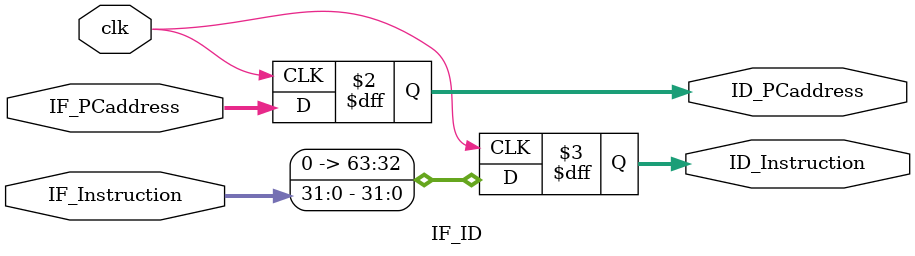
<source format=v>
module IF_ID (
	input             clk           ,
	input      [63:0] IF_PCaddress  ,
	input      [31:0] IF_Instruction,
	output reg [63:0] ID_PCaddress  ,
	output reg [63:0] ID_Instruction
);

	always@(posedge clk)begin
		ID_PCaddress   = IF_PCaddress;
		ID_Instruction = IF_Instruction;
	end

endmodule
</source>
